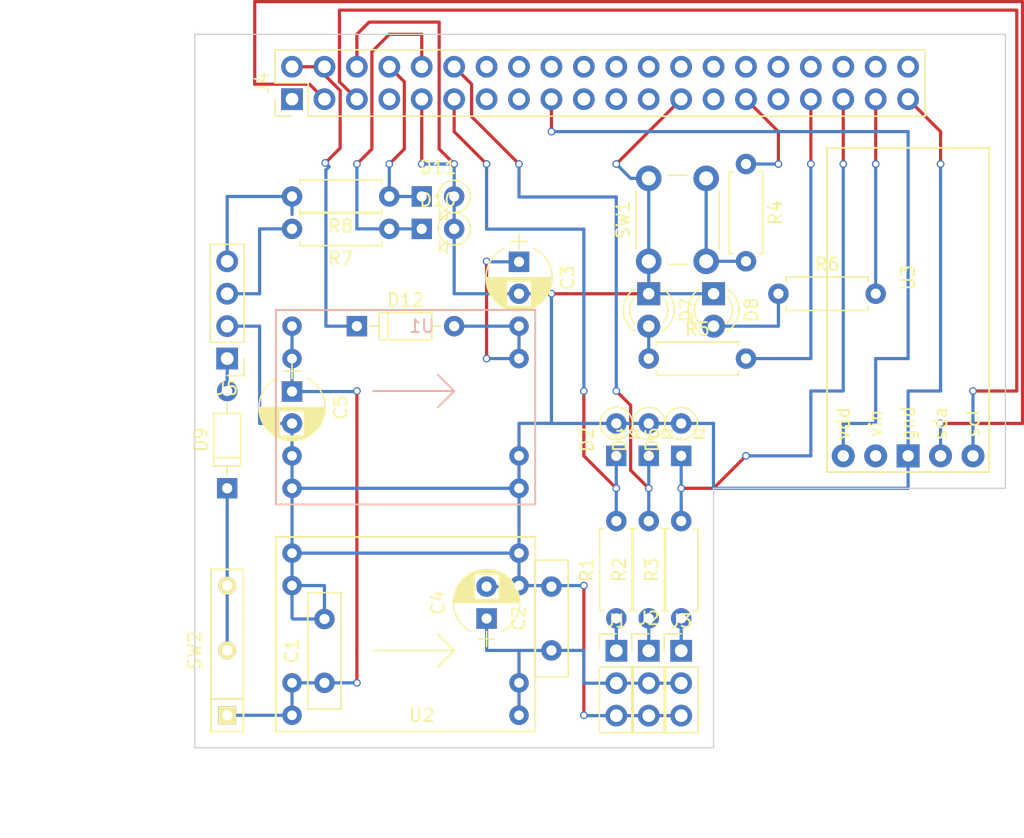
<source format=kicad_pcb>
(kicad_pcb (version 4) (host pcbnew 4.0.7-e2-6376~58~ubuntu16.04.1)
  (layers (0 F.Cu signal) (31 B.Cu signal) (34 B.Paste user) (35 F.Paste user) (36 B.SilkS user) (37 F.SilkS user) (38 B.Mask user) (39 F.Mask user) (44 Edge.Cuts user))
  (net 0 "")
  (net 1 +5V)
  (net 2 "Net-(J1-Pad1)")
  (net 3 "Net-(J2-Pad1)")
  (net 4 "Net-(J3-Pad1)")
  (net 5 +BATT)
  (net 6 SERVO_CTRL3)
  (net 7 SERVO_CTRL1)
  (net 8 SERVO_CTRL2)
  (net 9 GND)
  (net 10 RX_OTHER)
  (net 11 TX_OTHER)
  (net 12 +6V)
  (net 13 +3V3)
  (net 14 SDA)
  (net 15 SCL)
  (net 16 "Net-(D7-Pad2)")
  (net 17 "Net-(D8-Pad2)")
  (net 18 "Net-(D9-Pad2)")
  (net 19 "Net-(J4-Pad29)")
  (net 20 "Net-(J4-Pad33)")
  (net 21 "Net-(J4-Pad37)")
  (net 22 "Net-(J5-Pad3)")
  (net 23 "Net-(J5-Pad4)")
  (net 24 "Net-(R4-Pad2)")
  (net 25 "Net-(D12-Pad1)")
  (net 26 "Net-(D9-Pad1)")
  (module Resistors_THT:R_Axial_DIN0207_L6.3mm_D2.5mm_P7.62mm_Horizontal (layer F.Cu) (at 115.1 38.9)
    (fp_text reference R6 (at 3.81 -2.31) (layer F.SilkS))
    (fp_text value 1k)
    (pad 1 thru_hole circle (at 0 0) (size 1.6 1.6) (drill 0.8) (layers *.Cu *.Mask) (net 17 "Net-(D8-Pad2)"))
    (pad 2 thru_hole oval (at 7.62 0) (size 1.6 1.6) (drill 0.8) (layers *.Cu *.Mask) (net 21 "Net-(J4-Pad37)"))
  )
  (module Resistors_THT:R_Axial_DIN0207_L6.3mm_D2.5mm_P7.62mm_Horizontal (layer F.Cu) (at 104.94 43.98)
    (fp_text reference R5 (at 3.81 -2.31) (layer F.SilkS))
    (fp_text value 1k)
    (pad 1 thru_hole circle (at 0 0) (size 1.6 1.6) (drill 0.8) (layers *.Cu *.Mask) (net 16 "Net-(D7-Pad2)"))
    (pad 2 thru_hole oval (at 7.62 0) (size 1.6 1.6) (drill 0.8) (layers *.Cu *.Mask) (net 20 "Net-(J4-Pad33)"))
  )
  (module mw_kicad:ChinaReglerV2 (layer F.Cu) (at 87.16 64.3 180)
    (fp_text reference U2 (at 0 -7.62 180) (layer F.SilkS))
    (fp_text value Regulator)
    (pad 3 thru_hole circle (at 10.16 -7.62 180) (size 1.524 1.524) (drill 0.762) (layers *.Cu *.Mask) (net 5 +BATT))
    (pad 3 thru_hole circle (at 10.16 -5.08 180) (size 1.524 1.524) (drill 0.762) (layers *.Cu *.Mask) (net 5 +BATT))
    (pad 1 thru_hole circle (at 10.16 2.54 180) (size 1.524 1.524) (drill 0.762) (layers *.Cu *.Mask) (net 9 GND))
    (pad 1 thru_hole circle (at 10.16 5.08 180) (size 1.524 1.524) (drill 0.762) (layers *.Cu *.Mask) (net 9 GND))
    (pad 2 thru_hole circle (at -7.62 -7.62 180) (size 1.524 1.524) (drill 0.762) (layers *.Cu *.Mask) (net 12 +6V))
    (pad 2 thru_hole circle (at -7.62 -5.08 180) (size 1.524 1.524) (drill 0.762) (layers *.Cu *.Mask) (net 12 +6V))
    (pad 1 thru_hole circle (at -7.62 2.54 180) (size 1.524 1.524) (drill 0.762) (layers *.Cu *.Mask) (net 9 GND))
    (pad 1 thru_hole circle (at -7.62 5.08 180) (size 1.524 1.524) (drill 0.762) (layers *.Cu *.Mask) (net 9 GND))
  )
  (module Pin_Headers:Pin_Header_Straight_1x03_Pitch2.54mm (layer F.Cu) (at 102.403986 66.867974)
    (fp_text reference J1 (at 0 -2.33) (layer F.SilkS))
    (fp_text value Conn_01x03)
    (pad 1 thru_hole rect (at 0 0) (size 1.7 1.7) (drill 1) (layers *.Cu *.Mask) (net 2 "Net-(J1-Pad1)"))
    (pad 2 thru_hole oval (at 0 2.54) (size 1.7 1.7) (drill 1) (layers *.Cu *.Mask) (net 12 +6V))
    (pad 3 thru_hole oval (at 0 5.08) (size 1.7 1.7) (drill 1) (layers *.Cu *.Mask) (net 9 GND))
  )
  (module Pin_Headers:Pin_Header_Straight_1x04_Pitch2.54mm (layer F.Cu) (at 71.92 43.98 180)
    (fp_text reference J5 (at 0 -2.33 180) (layer F.SilkS))
    (fp_text value Conn_01x04)
    (pad 1 thru_hole rect (at 0 0 180) (size 1.7 1.7) (drill 1) (layers *.Cu *.Mask) (net 18 "Net-(D9-Pad2)"))
    (pad 2 thru_hole oval (at 0 2.54 180) (size 1.7 1.7) (drill 1) (layers *.Cu *.Mask) (net 9 GND))
    (pad 3 thru_hole oval (at 0 5.08 180) (size 1.7 1.7) (drill 1) (layers *.Cu *.Mask) (net 22 "Net-(J5-Pad3)"))
    (pad 4 thru_hole oval (at 0 7.62 180) (size 1.7 1.7) (drill 1) (layers *.Cu *.Mask) (net 23 "Net-(J5-Pad4)"))
  )
  (module mw_kicad:ChinaReglerV2 (layer B.Cu) (at 87.16 49.06 180)
    (fp_text reference U1 (at 0 7.62 180) (layer B.SilkS) (effects (justify mirror)))
    (fp_text value Regulator)
    (pad 3 thru_hole circle (at 10.16 7.62 180) (size 1.524 1.524) (drill 0.762) (layers *.Cu *.Mask) (net 5 +BATT))
    (pad 3 thru_hole circle (at 10.16 5.08 180) (size 1.524 1.524) (drill 0.762) (layers *.Cu *.Mask) (net 5 +BATT))
    (pad 1 thru_hole circle (at 10.16 -2.54 180) (size 1.524 1.524) (drill 0.762) (layers *.Cu *.Mask) (net 9 GND))
    (pad 1 thru_hole circle (at 10.16 -5.08 180) (size 1.524 1.524) (drill 0.762) (layers *.Cu *.Mask) (net 9 GND))
    (pad 2 thru_hole circle (at -7.62 7.62 180) (size 1.524 1.524) (drill 0.762) (layers *.Cu *.Mask) (net 1 +5V))
    (pad 2 thru_hole circle (at -7.62 5.08 180) (size 1.524 1.524) (drill 0.762) (layers *.Cu *.Mask) (net 1 +5V))
    (pad 1 thru_hole circle (at -7.62 -2.54 180) (size 1.524 1.524) (drill 0.762) (layers *.Cu *.Mask) (net 9 GND))
    (pad 1 thru_hole circle (at -7.62 -5.08 180) (size 1.524 1.524) (drill 0.762) (layers *.Cu *.Mask) (net 9 GND))
  )
  (module mw_kicad:RPI3_Header (layer F.Cu) (at 77 23.66 90)
    (fp_text reference J4 (at 1.27 -2.33 90) (layer F.SilkS))
    (fp_text value RPI)
    (pad 1 thru_hole rect (at 0 0 90) (size 1.7 1.7) (drill 1) (layers *.Cu *.Mask))
    (pad 2 thru_hole oval (at 2.54 0 90) (size 1.7 1.7) (drill 1) (layers *.Cu *.Mask) (net 25 "Net-(D12-Pad1)"))
    (pad 3 thru_hole oval (at 0 2.54 90) (size 1.7 1.7) (drill 1) (layers *.Cu *.Mask) (net 14 SDA))
    (pad 4 thru_hole oval (at 2.54 2.54 90) (size 1.7 1.7) (drill 1) (layers *.Cu *.Mask) (net 25 "Net-(D12-Pad1)"))
    (pad 5 thru_hole oval (at 0 5.08 90) (size 1.7 1.7) (drill 1) (layers *.Cu *.Mask) (net 15 SCL))
    (pad 6 thru_hole oval (at 2.54 5.08 90) (size 1.7 1.7) (drill 1) (layers *.Cu *.Mask) (net 9 GND))
    (pad 7 thru_hole oval (at 0 7.62 90) (size 1.7 1.7) (drill 1) (layers *.Cu *.Mask))
    (pad 8 thru_hole oval (at 2.54 7.62 90) (size 1.7 1.7) (drill 1) (layers *.Cu *.Mask) (net 10 RX_OTHER))
    (pad 9 thru_hole oval (at 0 10.16 90) (size 1.7 1.7) (drill 1) (layers *.Cu *.Mask) (net 9 GND))
    (pad 10 thru_hole oval (at 2.54 10.16 90) (size 1.7 1.7) (drill 1) (layers *.Cu *.Mask) (net 11 TX_OTHER))
    (pad 11 thru_hole oval (at 0 12.7 90) (size 1.7 1.7) (drill 1) (layers *.Cu *.Mask) (net 7 SERVO_CTRL1))
    (pad 12 thru_hole oval (at 2.54 12.7 90) (size 1.7 1.7) (drill 1) (layers *.Cu *.Mask) (net 8 SERVO_CTRL2))
    (pad 13 thru_hole oval (at 0 15.24 90) (size 1.7 1.7) (drill 1) (layers *.Cu *.Mask))
    (pad 14 thru_hole oval (at 2.54 15.24 90) (size 1.7 1.7) (drill 1) (layers *.Cu *.Mask))
    (pad 15 thru_hole oval (at 0 17.78 90) (size 1.7 1.7) (drill 1) (layers *.Cu *.Mask))
    (pad 16 thru_hole oval (at 2.54 17.78 90) (size 1.7 1.7) (drill 1) (layers *.Cu *.Mask))
    (pad 17 thru_hole oval (at 0 20.32 90) (size 1.7 1.7) (drill 1) (layers *.Cu *.Mask) (net 13 +3V3))
    (pad 18 thru_hole oval (at 2.54 20.32 90) (size 1.7 1.7) (drill 1) (layers *.Cu *.Mask))
    (pad 19 thru_hole oval (at 0 22.86 90) (size 1.7 1.7) (drill 1) (layers *.Cu *.Mask))
    (pad 20 thru_hole oval (at 2.54 22.86 90) (size 1.7 1.7) (drill 1) (layers *.Cu *.Mask))
    (pad 21 thru_hole oval (at 0 25.4 90) (size 1.7 1.7) (drill 1) (layers *.Cu *.Mask))
    (pad 22 thru_hole oval (at 2.54 25.4 90) (size 1.7 1.7) (drill 1) (layers *.Cu *.Mask))
    (pad 23 thru_hole oval (at 0 27.94 90) (size 1.7 1.7) (drill 1) (layers *.Cu *.Mask))
    (pad 24 thru_hole oval (at 2.54 27.94 90) (size 1.7 1.7) (drill 1) (layers *.Cu *.Mask))
    (pad 25 thru_hole oval (at 0 30.48 90) (size 1.7 1.7) (drill 1) (layers *.Cu *.Mask) (net 9 GND))
    (pad 26 thru_hole oval (at 2.54 30.48 90) (size 1.7 1.7) (drill 1) (layers *.Cu *.Mask))
    (pad 27 thru_hole oval (at 0 33.02 90) (size 1.7 1.7) (drill 1) (layers *.Cu *.Mask))
    (pad 28 thru_hole oval (at 2.54 33.02 90) (size 1.7 1.7) (drill 1) (layers *.Cu *.Mask))
    (pad 29 thru_hole oval (at 0 35.56 90) (size 1.7 1.7) (drill 1) (layers *.Cu *.Mask) (net 19 "Net-(J4-Pad29)"))
    (pad 30 thru_hole oval (at 2.54 35.56 90) (size 1.7 1.7) (drill 1) (layers *.Cu *.Mask))
    (pad 31 thru_hole oval (at 0 38.1 90) (size 1.7 1.7) (drill 1) (layers *.Cu *.Mask))
    (pad 32 thru_hole oval (at 2.54 38.1 90) (size 1.7 1.7) (drill 1) (layers *.Cu *.Mask))
    (pad 33 thru_hole oval (at 0 40.64 90) (size 1.7 1.7) (drill 1) (layers *.Cu *.Mask) (net 20 "Net-(J4-Pad33)"))
    (pad 34 thru_hole oval (at 2.54 40.64 90) (size 1.7 1.7) (drill 1) (layers *.Cu *.Mask))
    (pad 35 thru_hole oval (at 0 43.18 90) (size 1.7 1.7) (drill 1) (layers *.Cu *.Mask) (net 6 SERVO_CTRL3))
    (pad 36 thru_hole oval (at 2.54 43.18 90) (size 1.7 1.7) (drill 1) (layers *.Cu *.Mask))
    (pad 37 thru_hole oval (at 0 45.72 90) (size 1.7 1.7) (drill 1) (layers *.Cu *.Mask) (net 21 "Net-(J4-Pad37)"))
    (pad 38 thru_hole oval (at 2.54 45.72 90) (size 1.7 1.7) (drill 1) (layers *.Cu *.Mask))
    (pad 39 thru_hole oval (at 0 48.26 90) (size 1.7 1.7) (drill 1) (layers *.Cu *.Mask) (net 9 GND))
    (pad 40 thru_hole oval (at 2.54 48.26 90) (size 1.7 1.7) (drill 1) (layers *.Cu *.Mask))
  )
  (module mw_kicad:Pololu-AltiMu-10-v4 (layer F.Cu) (at 118.91 50.33 270)
    (fp_text reference U3 (at -12.7 -6.35 270) (layer F.SilkS))
    (fp_text value AltiMu-10v4)
    (fp_text user vin (at -1.27 -3.81 270) (layer F.SilkS))
    (fp_text user scl (at -1.27 -11.43 270) (layer F.SilkS))
    (fp_text user sda (at -1.27 -8.89 270) (layer F.SilkS))
    (fp_text user gnd (at -1.27 -6.35 270) (layer F.SilkS))
    (fp_text user vdd (at -1.27 -1.27 270) (layer F.SilkS))
    (pad 1 thru_hole circle (at 1.27 -1.27 270) (size 1.8 1.8) (drill 0.9) (layers *.Cu *.Mask) (net 13 +3V3))
    (pad 2 thru_hole circle (at 1.27 -3.81 270) (size 1.8 1.8) (drill 0.9) (layers *.Cu *.Mask))
    (pad 3 thru_hole rect (at 1.27 -6.35 270) (size 1.8 1.8) (drill 0.9) (layers *.Cu *.Mask) (net 9 GND))
    (pad 5 thru_hole circle (at 1.27 -11.43 270) (size 1.8 1.8) (drill 0.9) (layers *.Cu *.Mask) (net 15 SCL))
    (pad 4 thru_hole circle (at 1.27 -8.89 270) (size 1.8 1.8) (drill 0.9) (layers *.Cu *.Mask) (net 14 SDA))
  )
  (module Capacitors_THT:C_Disc_D9.0mm_W2.5mm_P5.00mm (layer F.Cu) (at 79.54 69.38 90)
    (fp_text reference C1 (at 2.5 -2.56 90) (layer F.SilkS))
    (fp_text value C)
    (pad 1 thru_hole circle (at 0 0 90) (size 1.6 1.6) (drill 0.8) (layers *.Cu *.Mask) (net 5 +BATT))
    (pad 2 thru_hole circle (at 5 0 90) (size 1.6 1.6) (drill 0.8) (layers *.Cu *.Mask) (net 9 GND))
  )
  (module Capacitors_THT:CP_Radial_D5.0mm_P2.50mm (layer F.Cu) (at 94.78 36.4 270)
    (fp_text reference C3 (at 1.25 -3.81 270) (layer F.SilkS))
    (fp_text value 47u)
    (pad 1 thru_hole rect (at 0 0 270) (size 1.6 1.6) (drill 0.8) (layers *.Cu *.Mask) (net 1 +5V))
    (pad 2 thru_hole circle (at 2.5 0 270) (size 1.6 1.6) (drill 0.8) (layers *.Cu *.Mask) (net 9 GND))
  )
  (module Capacitors_THT:CP_Radial_D5.0mm_P2.50mm (layer F.Cu) (at 92.24 64.34 90)
    (fp_text reference C4 (at 1.25 -3.81 90) (layer F.SilkS))
    (fp_text value 47u)
    (pad 1 thru_hole rect (at 0 0 90) (size 1.6 1.6) (drill 0.8) (layers *.Cu *.Mask) (net 12 +6V))
    (pad 2 thru_hole circle (at 2.5 0 90) (size 1.6 1.6) (drill 0.8) (layers *.Cu *.Mask) (net 9 GND))
  )
  (module Diodes_THT:D_DO-35_SOD27_P2.54mm_Vertical_KathodeUp (layer F.Cu) (at 102.4 51.6 90)
    (fp_text reference D2 (at 1.27 -2.266371 90) (layer F.SilkS))
    (fp_text value 3.3)
    (pad 1 thru_hole rect (at 0 0 90) (size 1.6 1.6) (drill 0.8) (layers *.Cu *.Mask) (net 7 SERVO_CTRL1))
    (pad 2 thru_hole oval (at 2.54 0 90) (size 1.6 1.6) (drill 0.8) (layers *.Cu *.Mask) (net 9 GND))
  )
  (module Diodes_THT:D_DO-35_SOD27_P2.54mm_Vertical_KathodeUp (layer F.Cu) (at 104.943986 51.6 90)
    (fp_text reference D4 (at 1.27 -2.266371 90) (layer F.SilkS))
    (fp_text value 3.3)
    (pad 1 thru_hole rect (at 0 0 90) (size 1.6 1.6) (drill 0.8) (layers *.Cu *.Mask) (net 8 SERVO_CTRL2))
    (pad 2 thru_hole oval (at 2.54 0 90) (size 1.6 1.6) (drill 0.8) (layers *.Cu *.Mask) (net 9 GND))
  )
  (module Diodes_THT:D_DO-35_SOD27_P2.54mm_Vertical_KathodeUp (layer F.Cu) (at 107.483986 51.6 90)
    (fp_text reference D6 (at 1.27 -2.266371 90) (layer F.SilkS))
    (fp_text value 3.3)
    (pad 1 thru_hole rect (at 0 0 90) (size 1.6 1.6) (drill 0.8) (layers *.Cu *.Mask) (net 6 SERVO_CTRL3))
    (pad 2 thru_hole oval (at 2.54 0 90) (size 1.6 1.6) (drill 0.8) (layers *.Cu *.Mask) (net 9 GND))
  )
  (module LEDs:LED_D3.0mm (layer F.Cu) (at 104.94 38.9 270)
    (fp_text reference D7 (at 1.27 -2.96 270) (layer F.SilkS))
    (fp_text value LED)
    (pad 1 thru_hole rect (at 0 0 270) (size 1.8 1.8) (drill 0.9) (layers *.Cu *.Mask) (net 9 GND))
    (pad 2 thru_hole circle (at 2.54 0 270) (size 1.8 1.8) (drill 0.9) (layers *.Cu *.Mask) (net 16 "Net-(D7-Pad2)"))
  )
  (module LEDs:LED_D3.0mm (layer F.Cu) (at 110.02 38.9 270)
    (fp_text reference D8 (at 1.27 -2.96 270) (layer F.SilkS))
    (fp_text value LED)
    (pad 1 thru_hole rect (at 0 0 270) (size 1.8 1.8) (drill 0.9) (layers *.Cu *.Mask) (net 9 GND))
    (pad 2 thru_hole circle (at 2.54 0 270) (size 1.8 1.8) (drill 0.9) (layers *.Cu *.Mask) (net 17 "Net-(D8-Pad2)"))
  )
  (module Diodes_THT:D_DO-35_SOD27_P7.62mm_Horizontal (layer F.Cu) (at 71.92 54.14 90)
    (fp_text reference D9 (at 3.81 -2.06 90) (layer F.SilkS))
    (fp_text value D_Schottky)
    (pad 1 thru_hole rect (at 0 0 90) (size 1.6 1.6) (drill 0.8) (layers *.Cu *.Mask) (net 26 "Net-(D9-Pad1)"))
    (pad 2 thru_hole oval (at 7.62 0 90) (size 1.6 1.6) (drill 0.8) (layers *.Cu *.Mask) (net 18 "Net-(D9-Pad2)"))
  )
  (module Diodes_THT:D_DO-35_SOD27_P2.54mm_Vertical_KathodeUp (layer F.Cu) (at 87.16 33.82)
    (fp_text reference D10 (at 1.27 -2.266371) (layer F.SilkS))
    (fp_text value D_Zener)
    (pad 1 thru_hole rect (at 0 0) (size 1.6 1.6) (drill 0.8) (layers *.Cu *.Mask) (net 11 TX_OTHER))
    (pad 2 thru_hole oval (at 2.54 0) (size 1.6 1.6) (drill 0.8) (layers *.Cu *.Mask) (net 9 GND))
  )
  (module Diodes_THT:D_DO-35_SOD27_P2.54mm_Vertical_KathodeUp (layer F.Cu) (at 87.16 31.28)
    (fp_text reference D11 (at 1.27 -2.266371) (layer F.SilkS))
    (fp_text value D_Zener)
    (pad 1 thru_hole rect (at 0 0) (size 1.6 1.6) (drill 0.8) (layers *.Cu *.Mask) (net 10 RX_OTHER))
    (pad 2 thru_hole oval (at 2.54 0) (size 1.6 1.6) (drill 0.8) (layers *.Cu *.Mask) (net 9 GND))
  )
  (module Pin_Headers:Pin_Header_Straight_1x03_Pitch2.54mm (layer F.Cu) (at 104.943986 66.867974)
    (fp_text reference J2 (at 0 -2.54) (layer F.SilkS))
    (fp_text value Conn_01x03)
    (pad 1 thru_hole rect (at 0 0) (size 1.7 1.7) (drill 1) (layers *.Cu *.Mask) (net 3 "Net-(J2-Pad1)"))
    (pad 2 thru_hole oval (at 0 2.54) (size 1.7 1.7) (drill 1) (layers *.Cu *.Mask) (net 12 +6V))
    (pad 3 thru_hole oval (at 0 5.08) (size 1.7 1.7) (drill 1) (layers *.Cu *.Mask) (net 9 GND))
  )
  (module Pin_Headers:Pin_Header_Straight_1x03_Pitch2.54mm (layer F.Cu) (at 107.483986 66.867974)
    (fp_text reference J3 (at 0 -2.33) (layer F.SilkS))
    (fp_text value Conn_01x03)
    (pad 1 thru_hole rect (at 0 0) (size 1.7 1.7) (drill 1) (layers *.Cu *.Mask) (net 4 "Net-(J3-Pad1)"))
    (pad 2 thru_hole oval (at 0 2.54) (size 1.7 1.7) (drill 1) (layers *.Cu *.Mask) (net 12 +6V))
    (pad 3 thru_hole oval (at 0 5.08) (size 1.7 1.7) (drill 1) (layers *.Cu *.Mask) (net 9 GND))
  )
  (module Resistors_THT:R_Axial_DIN0207_L6.3mm_D2.5mm_P7.62mm_Horizontal (layer F.Cu) (at 102.403986 64.327974 90)
    (fp_text reference R1 (at 3.81 -2.31 90) (layer F.SilkS))
    (fp_text value 330)
    (pad 1 thru_hole circle (at 0 0 90) (size 1.6 1.6) (drill 0.8) (layers *.Cu *.Mask) (net 2 "Net-(J1-Pad1)"))
    (pad 2 thru_hole oval (at 7.62 0 90) (size 1.6 1.6) (drill 0.8) (layers *.Cu *.Mask) (net 7 SERVO_CTRL1))
  )
  (module Resistors_THT:R_Axial_DIN0207_L6.3mm_D2.5mm_P7.62mm_Horizontal (layer F.Cu) (at 104.943986 64.327974 90)
    (fp_text reference R2 (at 3.81 -2.31 90) (layer F.SilkS))
    (fp_text value 330)
    (pad 1 thru_hole circle (at 0 0 90) (size 1.6 1.6) (drill 0.8) (layers *.Cu *.Mask) (net 3 "Net-(J2-Pad1)"))
    (pad 2 thru_hole oval (at 7.62 0 90) (size 1.6 1.6) (drill 0.8) (layers *.Cu *.Mask) (net 8 SERVO_CTRL2))
  )
  (module Resistors_THT:R_Axial_DIN0207_L6.3mm_D2.5mm_P7.62mm_Horizontal (layer F.Cu) (at 107.483986 64.327974 90)
    (fp_text reference R3 (at 3.81 -2.31 90) (layer F.SilkS))
    (fp_text value 330)
    (pad 1 thru_hole circle (at 0 0 90) (size 1.6 1.6) (drill 0.8) (layers *.Cu *.Mask) (net 4 "Net-(J3-Pad1)"))
    (pad 2 thru_hole oval (at 7.62 0 90) (size 1.6 1.6) (drill 0.8) (layers *.Cu *.Mask) (net 6 SERVO_CTRL3))
  )
  (module Resistors_THT:R_Axial_DIN0207_L6.3mm_D2.5mm_P7.62mm_Horizontal (layer F.Cu) (at 112.56 28.74 270)
    (fp_text reference R4 (at 3.81 -2.31 270) (layer F.SilkS))
    (fp_text value 100)
    (pad 1 thru_hole circle (at 0 0 270) (size 1.6 1.6) (drill 0.8) (layers *.Cu *.Mask) (net 19 "Net-(J4-Pad29)"))
    (pad 2 thru_hole oval (at 7.62 0 270) (size 1.6 1.6) (drill 0.8) (layers *.Cu *.Mask) (net 24 "Net-(R4-Pad2)"))
  )
  (module Resistors_THT:R_Axial_DIN0207_L6.3mm_D2.5mm_P7.62mm_Horizontal (layer F.Cu) (at 84.62 33.82 180)
    (fp_text reference R7 (at 3.81 -2.31 180) (layer F.SilkS))
    (fp_text value R)
    (pad 1 thru_hole circle (at 0 0 180) (size 1.6 1.6) (drill 0.8) (layers *.Cu *.Mask) (net 11 TX_OTHER))
    (pad 2 thru_hole oval (at 7.62 0 180) (size 1.6 1.6) (drill 0.8) (layers *.Cu *.Mask) (net 22 "Net-(J5-Pad3)"))
  )
  (module Resistors_THT:R_Axial_DIN0207_L6.3mm_D2.5mm_P7.62mm_Horizontal (layer F.Cu) (at 84.62 31.28 180)
    (fp_text reference R8 (at 3.81 -2.31 180) (layer F.SilkS))
    (fp_text value R)
    (pad 1 thru_hole circle (at 0 0 180) (size 1.6 1.6) (drill 0.8) (layers *.Cu *.Mask) (net 10 RX_OTHER))
    (pad 2 thru_hole oval (at 7.62 0 180) (size 1.6 1.6) (drill 0.8) (layers *.Cu *.Mask) (net 23 "Net-(J5-Pad4)"))
  )
  (module Buttons_Switches_THT:SW_PUSH_6mm (layer F.Cu) (at 104.94 36.36 90)
    (fp_text reference SW1 (at 3.25 -2 90) (layer F.SilkS))
    (fp_text value SW_Push)
    (pad 2 thru_hole circle (at 0 4.5 180) (size 2 2) (drill 1.1) (layers *.Cu *.Mask) (net 24 "Net-(R4-Pad2)"))
    (pad 1 thru_hole circle (at 0 0 180) (size 2 2) (drill 1.1) (layers *.Cu *.Mask) (net 9 GND))
    (pad 2 thru_hole circle (at 6.5 4.5 180) (size 2 2) (drill 1.1) (layers *.Cu *.Mask) (net 24 "Net-(R4-Pad2)"))
    (pad 1 thru_hole circle (at 6.5 0 180) (size 2 2) (drill 1.1) (layers *.Cu *.Mask) (net 9 GND))
  )
  (module Diodes_THT:D_DO-35_SOD27_P7.62mm_Horizontal (layer F.Cu) (at 82.08 41.44)
    (fp_text reference D12 (at 3.81 -2.06) (layer F.SilkS))
    (fp_text value D_Schottky)
    (pad 1 thru_hole rect (at 0 0) (size 1.6 1.6) (drill 0.8) (layers *.Cu *.Mask) (net 25 "Net-(D12-Pad1)"))
    (pad 2 thru_hole oval (at 7.62 0) (size 1.6 1.6) (drill 0.8) (layers *.Cu *.Mask) (net 1 +5V))
  )
  (module Capacitors_THT:C_Disc_D9.0mm_W2.5mm_P5.00mm (layer F.Cu) (at 97.32 66.84 90)
    (fp_text reference C2 (at 2.5 -2.56 90) (layer F.SilkS))
    (fp_text value C)
    (pad 1 thru_hole circle (at 0 0 90) (size 1.6 1.6) (drill 0.8) (layers *.Cu *.Mask) (net 12 +6V))
    (pad 2 thru_hole circle (at 5 0 90) (size 1.6 1.6) (drill 0.8) (layers *.Cu *.Mask) (net 9 GND))
  )
  (module Capacitors_THT:CP_Radial_D5.0mm_P2.50mm (layer F.Cu) (at 77 46.56 270)
    (fp_text reference C5 (at 1.25 -3.81 270) (layer F.SilkS))
    (fp_text value 47u)
    (pad 1 thru_hole rect (at 0 0 270) (size 1.6 1.6) (drill 0.8) (layers *.Cu *.Mask) (net 5 +BATT))
    (pad 2 thru_hole circle (at 2.5 0 270) (size 1.6 1.6) (drill 0.8) (layers *.Cu *.Mask) (net 9 GND))
  )
  (module mw_kicad:Switch (layer F.Cu) (at 71.92 66.84 90)
    (fp_text reference SW2 (at 0 -2.54 90) (layer F.SilkS))
    (fp_text value SW_SPDT)
    (pad 1 thru_hole rect (at -5.08 0 90) (size 1.397 1.397) (drill 0.8128) (layers *.Cu *.Mask F.SilkS) (net 5 +BATT))
    (pad 2 thru_hole circle (at 0 0 90) (size 1.397 1.397) (drill 0.8128) (layers *.Cu *.Mask F.SilkS) (net 26 "Net-(D9-Pad1)"))
    (pad 3 thru_hole circle (at 5.08 0 90) (size 1.397 1.397) (drill 0.8128) (layers *.Cu *.Mask F.SilkS) (net 26 "Net-(D9-Pad1)"))
  )
  (gr_line (start 110.02 74.46) (end 110.02 54.14) (layer Edge.Cuts) (width 0.1))
  (gr_line (start 69.38 74.46) (end 110.02 74.46) (layer Edge.Cuts) (width 0.1))
  (gr_line (start 69.38 74.46) (end 69.38 18.58) (layer Edge.Cuts) (width 0.1))
  (gr_line (start 132.88 54.14) (end 110.02 54.14) (layer Edge.Cuts) (width 0.1))
  (gr_line (start 132.88 18.58) (end 132.88 54.14) (layer Edge.Cuts) (width 0.1))
  (gr_line (start 69.38 18.58) (end 132.88 18.58) (layer Edge.Cuts) (width 0.1))
  (segment (start 92.24 43.98) (end 94.78 43.98) (width 0.25) (layer B.Cu) (net 1))
  (segment (start 92.24 36.36) (end 92.24 43.98) (width 0.25) (layer F.Cu) (net 1))
  (via (at 92.24 43.98) (size 0.6) (drill 0.4) (layers F.Cu B.Cu) (net 1))
  (segment (start 94.78 36.4) (end 92.28 36.4) (width 0.25) (layer B.Cu) (net 1))
  (segment (start 92.28 36.4) (end 92.24 36.36) (width 0.25) (layer B.Cu) (net 1))
  (via (at 92.24 36.36) (size 0.6) (drill 0.4) (layers F.Cu B.Cu) (net 1))
  (segment (start 94.78 43.98) (end 94.78 41.44) (width 0.25) (layer B.Cu) (net 1))
  (segment (start 94.78 41.44) (end 89.7 41.44) (width 0.25) (layer B.Cu) (net 1))
  (segment (start 102.403986 64.327974) (end 102.403986 66.867974) (width 0.25) (layer B.Cu) (net 2))
  (segment (start 104.943986 66.867974) (end 104.943986 64.327974) (width 0.25) (layer B.Cu) (net 3))
  (segment (start 107.483986 64.327974) (end 107.483986 66.867974) (width 0.25) (layer B.Cu) (net 4))
  (segment (start 82.08 69.38) (end 79.54 69.38) (width 0.25) (layer B.Cu) (net 5))
  (segment (start 82.08 46.52) (end 82.08 66.84) (width 0.25) (layer F.Cu) (net 5))
  (segment (start 82.08 66.84) (end 82.08 69.38) (width 0.25) (layer F.Cu) (net 5))
  (via (at 82.08 69.38) (size 0.6) (drill 0.4) (layers F.Cu B.Cu) (net 5))
  (segment (start 77 46.56) (end 82.04 46.56) (width 0.25) (layer B.Cu) (net 5))
  (segment (start 82.04 46.56) (end 82.08 46.52) (width 0.25) (layer B.Cu) (net 5))
  (via (at 82.08 46.52) (size 0.6) (drill 0.4) (layers F.Cu B.Cu) (net 5))
  (segment (start 77 46.56) (end 77 43.98) (width 0.25) (layer B.Cu) (net 5))
  (segment (start 71.92 71.92) (end 77 71.92) (width 0.25) (layer B.Cu) (net 5))
  (segment (start 77 41.44) (end 77 43.98) (width 0.25) (layer B.Cu) (net 5))
  (segment (start 77 69.38) (end 77 71.92) (width 0.25) (layer B.Cu) (net 5))
  (segment (start 77 69.38) (end 79.54 69.38) (width 0.25) (layer B.Cu) (net 5))
  (segment (start 120.18 28.74) (end 120.18 23.66) (width 0.25) (layer F.Cu) (net 6))
  (segment (start 120.18 46.52) (end 120.18 28.74) (width 0.25) (layer B.Cu) (net 6))
  (via (at 120.18 28.74) (size 0.6) (drill 0.4) (layers F.Cu B.Cu) (net 6))
  (segment (start 117.64 46.52) (end 120.18 46.52) (width 0.25) (layer B.Cu) (net 6))
  (segment (start 117.64 51.6) (end 117.64 46.52) (width 0.25) (layer B.Cu) (net 6))
  (segment (start 112.56 51.6) (end 117.64 51.6) (width 0.25) (layer B.Cu) (net 6))
  (segment (start 110.02 54.14) (end 112.56 51.6) (width 0.25) (layer F.Cu) (net 6))
  (via (at 112.56 51.6) (size 0.6) (drill 0.4) (layers F.Cu B.Cu) (net 6))
  (segment (start 107.483986 54.14) (end 110.02 54.14) (width 0.25) (layer F.Cu) (net 6))
  (segment (start 107.483986 54.14) (end 107.483986 56.707974) (width 0.25) (layer B.Cu) (net 6))
  (segment (start 107.483986 51.6) (end 107.483986 54.14) (width 0.25) (layer B.Cu) (net 6))
  (via (at 107.483986 54.14) (size 0.6) (drill 0.4) (layers F.Cu B.Cu) (net 6))
  (segment (start 92.24 28.74) (end 92.24 33.837691) (width 0.25) (layer B.Cu) (net 7))
  (segment (start 92.24 33.837691) (end 99.86 33.837691) (width 0.25) (layer B.Cu) (net 7))
  (segment (start 99.86 33.837691) (end 99.86 46.52) (width 0.25) (layer B.Cu) (net 7))
  (segment (start 102.4 56.703988) (end 102.403986 56.707974) (width 0.25) (layer B.Cu) (net 7))
  (segment (start 102.4 54.14) (end 102.4 51.6) (width 0.25) (layer B.Cu) (net 7))
  (segment (start 102.4 54.14) (end 102.4 56.253979) (width 0.25) (layer B.Cu) (net 7))
  (segment (start 102.4 56.253979) (end 102.403986 56.253979) (width 0.25) (layer B.Cu) (net 7))
  (via (at 102.4 54.14) (size 0.6) (drill 0.4) (layers F.Cu B.Cu) (net 7))
  (segment (start 99.86 46.52) (end 99.86 51.6) (width 0.25) (layer F.Cu) (net 7))
  (segment (start 99.86 51.6) (end 102.4 54.14) (width 0.25) (layer F.Cu) (net 7))
  (via (at 99.86 46.52) (size 0.6) (drill 0.4) (layers F.Cu B.Cu) (net 7))
  (segment (start 89.7 23.66) (end 89.7 26.2) (width 0.25) (layer F.Cu) (net 7))
  (segment (start 89.7 26.2) (end 92.24 28.74) (width 0.25) (layer F.Cu) (net 7))
  (via (at 92.24 28.74) (size 0.6) (drill 0.4) (layers F.Cu B.Cu) (net 7))
  (segment (start 102.4 46.52) (end 102.4 31.318906) (width 0.25) (layer B.Cu) (net 8))
  (segment (start 102.4 31.318906) (end 94.78 31.318906) (width 0.25) (layer B.Cu) (net 8))
  (segment (start 94.78 31.318906) (end 94.78 28.74) (width 0.25) (layer B.Cu) (net 8))
  (segment (start 94.78 28.74) (end 91.064999 25.024999) (width 0.25) (layer F.Cu) (net 8))
  (segment (start 91.064999 25.024999) (end 91.064999 22.484999) (width 0.25) (layer F.Cu) (net 8))
  (segment (start 91.064999 22.484999) (end 90.549999 21.969999) (width 0.25) (layer F.Cu) (net 8))
  (segment (start 90.549999 21.969999) (end 89.7 21.12) (width 0.25) (layer F.Cu) (net 8))
  (via (at 94.78 28.74) (size 0.6) (drill 0.4) (layers F.Cu B.Cu) (net 8))
  (segment (start 104.94 54.14) (end 103.525001 52.725001) (width 0.25) (layer F.Cu) (net 8))
  (segment (start 103.525001 52.725001) (end 103.525001 47.645001) (width 0.25) (layer F.Cu) (net 8))
  (segment (start 103.525001 47.645001) (end 102.4 46.52) (width 0.25) (layer F.Cu) (net 8))
  (via (at 102.4 46.52) (size 0.6) (drill 0.4) (layers F.Cu B.Cu) (net 8))
  (via (at 104.94 54.14) (size 0.6) (drill 0.4) (layers F.Cu B.Cu) (net 8))
  (segment (start 104.943986 54.136014) (end 104.94 54.14) (width 0.25) (layer B.Cu) (net 8))
  (segment (start 104.943986 51.6) (end 104.943986 54.136014) (width 0.25) (layer B.Cu) (net 8))
  (segment (start 104.943986 56.707974) (end 104.943986 54.143986) (width 0.25) (layer B.Cu) (net 8))
  (segment (start 104.943986 54.143986) (end 104.94 54.14) (width 0.25) (layer B.Cu) (net 8))
  (segment (start 104.943986 51.603986) (end 104.943986 51.6) (width 0.25) (layer B.Cu) (net 8))
  (segment (start 77 49.06) (end 77 51.6) (width 0.25) (layer B.Cu) (net 9))
  (segment (start 71.92 41.44) (end 74.46 41.44) (width 0.25) (layer B.Cu) (net 9))
  (segment (start 74.46 41.44) (end 74.46 49.06) (width 0.25) (layer B.Cu) (net 9))
  (segment (start 74.46 49.06) (end 77 49.06) (width 0.25) (layer B.Cu) (net 9))
  (segment (start 82.08 21.12) (end 82.08 18.58) (width 0.25) (layer F.Cu) (net 9))
  (segment (start 82.08 18.58) (end 83.03852 17.62148) (width 0.25) (layer F.Cu) (net 9))
  (segment (start 83.03852 17.62148) (end 88.524999 17.62148) (width 0.25) (layer F.Cu) (net 9))
  (segment (start 88.524999 17.62148) (end 88.524999 27.564999) (width 0.25) (layer F.Cu) (net 9))
  (segment (start 88.524999 27.564999) (end 89.7 28.74) (width 0.25) (layer F.Cu) (net 9))
  (segment (start 89.7 33.82) (end 89.7 38.9) (width 0.25) (layer B.Cu) (net 9))
  (segment (start 89.7 38.9) (end 94.721705 38.9) (width 0.25) (layer B.Cu) (net 9))
  (segment (start 94.721705 38.9) (end 97.32 38.9) (width 0.25) (layer B.Cu) (net 9))
  (segment (start 97.32 38.9) (end 97.32 49.06) (width 0.25) (layer B.Cu) (net 9))
  (segment (start 97.32 38.9) (end 104.94 38.9) (width 0.25) (layer F.Cu) (net 9))
  (via (at 97.32 38.9) (size 0.6) (drill 0.4) (layers F.Cu B.Cu) (net 9))
  (segment (start 104.94 38.9) (end 104.94 36.36) (width 0.25) (layer B.Cu) (net 9))
  (segment (start 110.02 38.9) (end 104.94 38.9) (width 0.25) (layer B.Cu) (net 9))
  (segment (start 77 51.6) (end 77 54.14) (width 0.25) (layer B.Cu) (net 9))
  (segment (start 127.8 26.2) (end 125.26 23.66) (width 0.25) (layer F.Cu) (net 9))
  (segment (start 127.8 28.74) (end 127.8 26.2) (width 0.25) (layer F.Cu) (net 9))
  (segment (start 127.8 46.52) (end 127.8 28.74) (width 0.25) (layer B.Cu) (net 9))
  (via (at 127.8 28.74) (size 0.6) (drill 0.4) (layers F.Cu B.Cu) (net 9))
  (segment (start 125.26 46.52) (end 127.8 46.52) (width 0.25) (layer B.Cu) (net 9))
  (segment (start 125.26 51.6) (end 125.26 46.52) (width 0.25) (layer B.Cu) (net 9))
  (segment (start 110.01242 49.06) (end 110.01242 54.13242) (width 0.25) (layer B.Cu) (net 9))
  (segment (start 110.01242 54.13242) (end 110.02 54.14) (width 0.25) (layer B.Cu) (net 9))
  (segment (start 110.02 54.14) (end 125.26 54.14) (width 0.25) (layer B.Cu) (net 9))
  (segment (start 125.26 54.14) (end 125.26 51.6) (width 0.25) (layer B.Cu) (net 9))
  (segment (start 104.94 29.86) (end 104.94 36.36) (width 0.25) (layer B.Cu) (net 9))
  (segment (start 103.52 29.86) (end 102.4 28.74) (width 0.25) (layer B.Cu) (net 9))
  (segment (start 104.94 29.86) (end 103.52 29.86) (width 0.25) (layer B.Cu) (net 9))
  (segment (start 107.48 23.66) (end 102.4 28.74) (width 0.25) (layer F.Cu) (net 9))
  (via (at 102.4 28.74) (size 0.6) (drill 0.4) (layers F.Cu B.Cu) (net 9))
  (segment (start 102.403986 49.06) (end 97.327858 49.06) (width 0.25) (layer B.Cu) (net 9))
  (segment (start 97.327858 49.06) (end 97.32 49.052142) (width 0.25) (layer B.Cu) (net 9))
  (segment (start 104.943986 49.06) (end 102.403986 49.06) (width 0.25) (layer B.Cu) (net 9))
  (segment (start 104.943986 49.06) (end 107.48 49.06) (width 0.25) (layer B.Cu) (net 9))
  (segment (start 110.020278 49.052142) (end 110.01242 49.06) (width 0.25) (layer B.Cu) (net 9))
  (segment (start 110.01242 49.06) (end 107.48 49.06) (width 0.25) (layer B.Cu) (net 9))
  (segment (start 99.86 61.76) (end 97.4 61.76) (width 0.25) (layer B.Cu) (net 9))
  (segment (start 97.4 61.76) (end 97.32 61.84) (width 0.25) (layer B.Cu) (net 9))
  (segment (start 99.86 71.92) (end 99.86 61.76) (width 0.25) (layer F.Cu) (net 9))
  (via (at 99.86 61.76) (size 0.6) (drill 0.4) (layers F.Cu B.Cu) (net 9))
  (segment (start 102.403986 71.947974) (end 99.887974 71.947974) (width 0.25) (layer B.Cu) (net 9))
  (segment (start 99.887974 71.947974) (end 99.86 71.92) (width 0.25) (layer B.Cu) (net 9))
  (via (at 99.86 71.92) (size 0.6) (drill 0.4) (layers F.Cu B.Cu) (net 9))
  (segment (start 102.396128 71.940116) (end 102.403986 71.947974) (width 0.25) (layer B.Cu) (net 9))
  (segment (start 87.16 28.74) (end 89.7 28.74) (width 0.25) (layer B.Cu) (net 9))
  (segment (start 87.16 23.66) (end 87.16 28.74) (width 0.25) (layer F.Cu) (net 9))
  (via (at 87.16 28.74) (size 0.6) (drill 0.4) (layers F.Cu B.Cu) (net 9))
  (segment (start 89.7 28.74) (end 89.7 31.28) (width 0.25) (layer B.Cu) (net 9))
  (via (at 89.7 28.74) (size 0.6) (drill 0.4) (layers F.Cu B.Cu) (net 9))
  (segment (start 89.7 31.28) (end 89.7 33.82) (width 0.25) (layer B.Cu) (net 9))
  (segment (start 97.32 49.052142) (end 94.787858 49.052142) (width 0.25) (layer B.Cu) (net 9))
  (segment (start 77 59.22) (end 77 54.14) (width 0.25) (layer B.Cu) (net 9))
  (segment (start 77 64.3) (end 77.08 64.38) (width 0.25) (layer B.Cu) (net 9))
  (segment (start 77.08 64.38) (end 79.54 64.38) (width 0.25) (layer B.Cu) (net 9))
  (segment (start 77 64.3) (end 77 61.76) (width 0.25) (layer B.Cu) (net 9))
  (segment (start 79.54 61.76) (end 79.54 64.38) (width 0.25) (layer B.Cu) (net 9))
  (segment (start 77 61.76) (end 79.54 61.76) (width 0.25) (layer B.Cu) (net 9))
  (segment (start 77 59.22) (end 77 61.76) (width 0.25) (layer B.Cu) (net 9))
  (segment (start 77 59.22) (end 94.78 59.22) (width 0.25) (layer B.Cu) (net 9))
  (segment (start 77 54.14) (end 94.78 54.14) (width 0.25) (layer B.Cu) (net 9))
  (segment (start 94.78 54.14) (end 94.78 51.6) (width 0.25) (layer B.Cu) (net 9))
  (segment (start 94.78 61.76) (end 97.24 61.76) (width 0.25) (layer B.Cu) (net 9))
  (segment (start 97.24 61.76) (end 97.32 61.84) (width 0.25) (layer B.Cu) (net 9))
  (segment (start 94.78 59.22) (end 94.78 61.76) (width 0.25) (layer B.Cu) (net 9))
  (segment (start 92.24 61.84) (end 94.7 61.84) (width 0.25) (layer B.Cu) (net 9))
  (segment (start 94.7 61.84) (end 94.78 61.76) (width 0.25) (layer B.Cu) (net 9))
  (segment (start 94.78 54.14) (end 94.78 59.22) (width 0.25) (layer B.Cu) (net 9))
  (segment (start 94.787858 49.052142) (end 94.78 49.06) (width 0.25) (layer B.Cu) (net 9))
  (segment (start 94.78 49.06) (end 94.78 51.6) (width 0.25) (layer B.Cu) (net 9))
  (segment (start 104.943986 71.947974) (end 102.403986 71.947974) (width 0.25) (layer B.Cu) (net 9))
  (segment (start 107.483986 71.947974) (end 104.943986 71.947974) (width 0.25) (layer B.Cu) (net 9))
  (segment (start 84.62 28.74) (end 85.795001 27.564999) (width 0.25) (layer F.Cu) (net 10))
  (segment (start 85.795001 27.564999) (end 85.795001 22.295001) (width 0.25) (layer F.Cu) (net 10))
  (segment (start 85.795001 22.295001) (end 85.469999 21.969999) (width 0.25) (layer F.Cu) (net 10))
  (segment (start 85.469999 21.969999) (end 84.62 21.12) (width 0.25) (layer F.Cu) (net 10))
  (segment (start 84.62 31.28) (end 84.62 28.74) (width 0.25) (layer B.Cu) (net 10))
  (via (at 84.62 28.74) (size 0.6) (drill 0.4) (layers F.Cu B.Cu) (net 10))
  (segment (start 87.16 31.28) (end 84.62 31.28) (width 0.25) (layer B.Cu) (net 10))
  (segment (start 87.16 18.58) (end 87.16 21.12) (width 0.25) (layer F.Cu) (net 11))
  (segment (start 84.62 18.58) (end 87.16 18.58) (width 0.25) (layer F.Cu) (net 11))
  (segment (start 83.255001 19.944999) (end 84.62 18.58) (width 0.25) (layer F.Cu) (net 11))
  (segment (start 82.08 28.74) (end 83.255001 27.564999) (width 0.25) (layer F.Cu) (net 11))
  (segment (start 83.255001 27.564999) (end 83.255001 19.944999) (width 0.25) (layer F.Cu) (net 11))
  (via (at 82.08 28.74) (size 0.6) (drill 0.4) (layers F.Cu B.Cu) (net 11))
  (segment (start 82.08 33.82) (end 82.08 28.74) (width 0.25) (layer B.Cu) (net 11))
  (segment (start 84.62 33.82) (end 82.08 33.82) (width 0.25) (layer B.Cu) (net 11))
  (segment (start 84.62 33.82) (end 87.16 33.82) (width 0.25) (layer B.Cu) (net 11))
  (segment (start 94.78 71.92) (end 94.78 69.38) (width 0.25) (layer B.Cu) (net 12))
  (segment (start 99.86 69.38) (end 99.887974 69.407974) (width 0.25) (layer B.Cu) (net 12))
  (segment (start 99.887974 69.407974) (end 102.403986 69.407974) (width 0.25) (layer B.Cu) (net 12))
  (segment (start 99.86 66.84) (end 99.86 69.38) (width 0.25) (layer B.Cu) (net 12))
  (segment (start 104.943986 69.407974) (end 102.403986 69.407974) (width 0.25) (layer B.Cu) (net 12))
  (segment (start 107.483986 69.407974) (end 104.943986 69.407974) (width 0.25) (layer B.Cu) (net 12))
  (segment (start 92.24 66.84) (end 94.78 66.84) (width 0.25) (layer B.Cu) (net 12))
  (segment (start 92.24 64.34) (end 92.24 66.84) (width 0.25) (layer B.Cu) (net 12))
  (segment (start 94.78 66.84) (end 97.32 66.84) (width 0.25) (layer B.Cu) (net 12))
  (segment (start 94.78 69.38) (end 94.78 66.84) (width 0.25) (layer B.Cu) (net 12))
  (segment (start 99.86 66.84) (end 97.32 66.84) (width 0.25) (layer B.Cu) (net 12))
  (segment (start 122.72 26.2) (end 125.26 26.2) (width 0.25) (layer B.Cu) (net 13))
  (segment (start 122.72 49.06) (end 120.18 49.06) (width 0.25) (layer B.Cu) (net 13))
  (segment (start 122.72 43.98) (end 122.72 49.06) (width 0.25) (layer B.Cu) (net 13))
  (segment (start 125.26 43.98) (end 122.72 43.98) (width 0.25) (layer B.Cu) (net 13))
  (segment (start 125.26 26.2) (end 125.26 43.98) (width 0.25) (layer B.Cu) (net 13))
  (segment (start 120.18 49.06) (end 120.18 51.6) (width 0.25) (layer B.Cu) (net 13))
  (segment (start 122.72 26.2) (end 97.32 26.2) (width 0.25) (layer B.Cu) (net 13))
  (segment (start 97.32 26.2) (end 97.32 23.66) (width 0.25) (layer F.Cu) (net 13))
  (via (at 97.32 26.2) (size 0.6) (drill 0.4) (layers F.Cu B.Cu) (net 13))
  (segment (start 127.8 49.06) (end 134.221927 49.06) (width 0.25) (layer F.Cu) (net 14))
  (segment (start 134.221927 49.06) (end 134.221927 16.015833) (width 0.25) (layer F.Cu) (net 14))
  (segment (start 78.364999 22.484999) (end 79.54 23.66) (width 0.25) (layer F.Cu) (net 14))
  (segment (start 134.221927 16.015833) (end 74.077059 16.015833) (width 0.25) (layer F.Cu) (net 14))
  (segment (start 74.077059 16.015833) (end 74.077059 22.484999) (width 0.25) (layer F.Cu) (net 14))
  (segment (start 74.077059 22.484999) (end 78.364999 22.484999) (width 0.25) (layer F.Cu) (net 14))
  (segment (start 127.8 51.6) (end 127.8 49.06) (width 0.25) (layer B.Cu) (net 14))
  (via (at 127.8 49.06) (size 0.6) (drill 0.4) (layers F.Cu B.Cu) (net 14))
  (segment (start 81.230001 22.810001) (end 82.08 23.66) (width 0.25) (layer F.Cu) (net 15))
  (segment (start 80.715001 16.684853) (end 80.715001 22.295001) (width 0.25) (layer F.Cu) (net 15))
  (segment (start 130.34 46.52) (end 133.771916 46.52) (width 0.25) (layer F.Cu) (net 15))
  (segment (start 80.715001 22.295001) (end 81.230001 22.810001) (width 0.25) (layer F.Cu) (net 15))
  (segment (start 133.771916 16.684853) (end 80.715001 16.684853) (width 0.25) (layer F.Cu) (net 15))
  (segment (start 133.771916 46.52) (end 133.771916 16.684853) (width 0.25) (layer F.Cu) (net 15))
  (segment (start 130.34 51.6) (end 130.34 46.52) (width 0.25) (layer B.Cu) (net 15))
  (via (at 130.34 46.52) (size 0.6) (drill 0.4) (layers F.Cu B.Cu) (net 15))
  (segment (start 104.94 43.98) (end 104.94 41.44) (width 0.25) (layer B.Cu) (net 16))
  (segment (start 115.1 41.44) (end 110.02 41.44) (width 0.25) (layer B.Cu) (net 17))
  (segment (start 115.1 38.9) (end 115.1 41.44) (width 0.25) (layer B.Cu) (net 17))
  (segment (start 71.92 46.52) (end 71.92 43.98) (width 0.25) (layer B.Cu) (net 18))
  (segment (start 115.1 28.74) (end 115.1 26.2) (width 0.25) (layer F.Cu) (net 19))
  (segment (start 115.1 26.2) (end 112.56 23.66) (width 0.25) (layer F.Cu) (net 19))
  (segment (start 112.56 28.74) (end 115.1 28.74) (width 0.25) (layer B.Cu) (net 19))
  (via (at 115.1 28.74) (size 0.6) (drill 0.4) (layers F.Cu B.Cu) (net 19))
  (segment (start 117.64 28.74) (end 117.64 43.98) (width 0.25) (layer B.Cu) (net 20))
  (segment (start 117.64 43.98) (end 112.56 43.98) (width 0.25) (layer B.Cu) (net 20))
  (via (at 117.64 28.74) (size 0.6) (drill 0.4) (layers F.Cu B.Cu) (net 20))
  (segment (start 117.64 23.66) (end 117.64 28.74) (width 0.25) (layer F.Cu) (net 20))
  (segment (start 122.72 33.82) (end 122.72 38.9) (width 0.25) (layer B.Cu) (net 21))
  (segment (start 122.72 28.74) (end 122.72 23.66) (width 0.25) (layer F.Cu) (net 21))
  (segment (start 122.72 33.82) (end 122.72 28.74) (width 0.25) (layer B.Cu) (net 21))
  (via (at 122.72 28.74) (size 0.6) (drill 0.4) (layers F.Cu B.Cu) (net 21))
  (segment (start 77 33.82) (end 74.46 33.82) (width 0.25) (layer B.Cu) (net 22))
  (segment (start 74.46 33.82) (end 74.46 38.9) (width 0.25) (layer B.Cu) (net 22))
  (segment (start 74.46 38.9) (end 71.92 38.9) (width 0.25) (layer B.Cu) (net 22))
  (segment (start 71.92 36.36) (end 71.92 31.28) (width 0.25) (layer B.Cu) (net 23))
  (segment (start 71.92 31.28) (end 77 31.28) (width 0.25) (layer B.Cu) (net 23))
  (segment (start 77 31.28) (end 77 32.694999) (width 0.25) (layer B.Cu) (net 23))
  (segment (start 109.44 29.86) (end 109.44 31.274213) (width 0.25) (layer B.Cu) (net 24))
  (segment (start 109.44 31.274213) (end 109.44 36.36) (width 0.25) (layer B.Cu) (net 24))
  (segment (start 112.56 36.36) (end 109.44 36.36) (width 0.25) (layer B.Cu) (net 24))
  (segment (start 79.54 21.12) (end 79.54 21.75641) (width 0.25) (layer F.Cu) (net 25))
  (segment (start 80.768931 27.490094) (end 79.906675 28.35235) (width 0.25) (layer F.Cu) (net 25))
  (segment (start 80.768931 22.985341) (end 80.768931 27.490094) (width 0.25) (layer F.Cu) (net 25))
  (segment (start 79.54 21.75641) (end 80.768931 22.985341) (width 0.25) (layer F.Cu) (net 25))
  (segment (start 79.906675 28.35235) (end 79.606676 28.652349) (width 0.25) (layer F.Cu) (net 25))
  (segment (start 82.08 41.44) (end 79.654579 41.44) (width 0.25) (layer B.Cu) (net 25))
  (segment (start 79.654579 41.44) (end 79.654579 29.204444) (width 0.25) (layer B.Cu) (net 25))
  (segment (start 79.654579 29.204444) (end 79.906675 28.952348) (width 0.25) (layer B.Cu) (net 25))
  (segment (start 79.906675 28.952348) (end 79.606676 28.652349) (width 0.25) (layer B.Cu) (net 25))
  (via (at 79.606676 28.652349) (size 0.6) (drill 0.4) (layers F.Cu B.Cu) (net 25))
  (segment (start 77 21.12) (end 79.54 21.12) (width 0.25) (layer F.Cu) (net 25))
  (segment (start 71.92 61.76) (end 71.92 66.84) (width 0.25) (layer B.Cu) (net 26))
  (segment (start 71.92 54.14) (end 71.92 61.76) (width 0.25) (layer B.Cu) (net 26))
)
</source>
